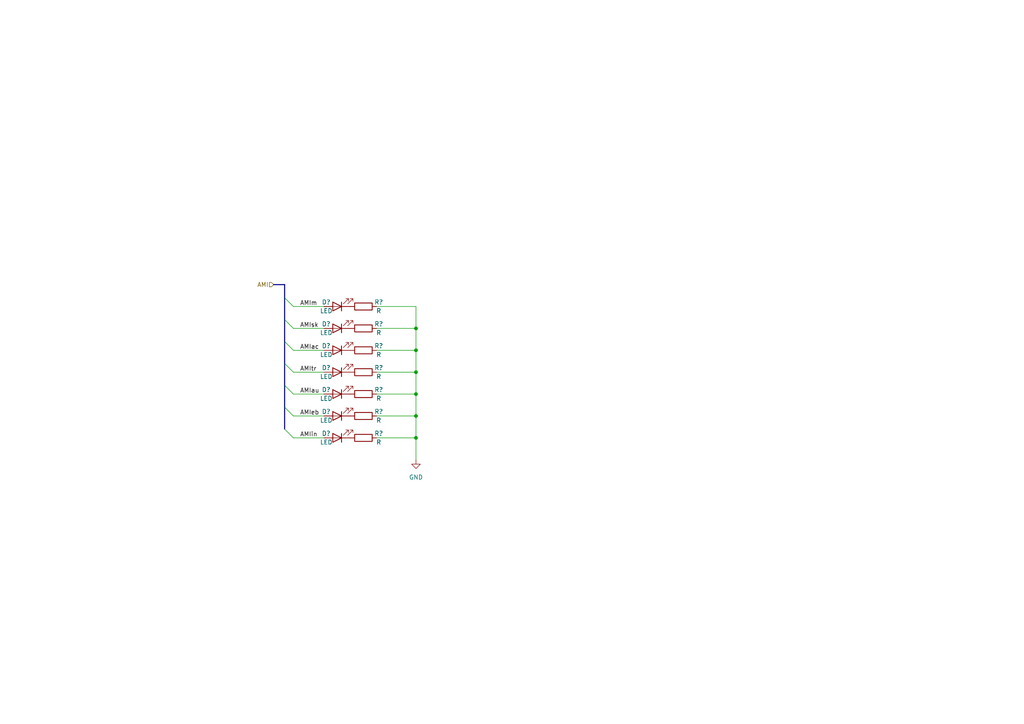
<source format=kicad_sch>
(kicad_sch (version 20211123) (generator eeschema)
  (paper "A4")
  (lib_symbols
    (symbol "Device:LED" (pin_numbers hide) (pin_names (offset 1.016) hide)
      (property "Reference" "D" (at 0 2.54 0))
      (property "Value" "LED" (at 0 -2.54 0))
      (symbol "LED_0_1"
        (polyline (pts (xy -1.27 -1.27) (xy -1.27 1.27)) (stroke (width 0.254)))
        (polyline (pts (xy -1.27 0) (xy 1.27 0)))
        (polyline (pts (xy 1.27 -1.27) (xy 1.27 1.27) (xy -1.27 0) (xy 1.27 -1.27)) (stroke (width 0.254)))
        (polyline (pts (xy -3.048 -0.762) (xy -4.572 -2.286) (xy -3.81 -2.286) (xy -4.572 -2.286) (xy -4.572 -1.524)))
        (polyline (pts (xy -1.778 -0.762) (xy -3.302 -2.286) (xy -2.54 -2.286) (xy -3.302 -2.286) (xy -3.302 -1.524)))
      )
      (symbol "LED_1_1"
        (pin passive line (at -3.81 0 0) (length 2.54) (name "K") (number "1"))
        (pin passive line (at 3.81 0 180) (length 2.54) (name "A") (number "2"))
      )
    )
    (symbol "Device:R" (pin_numbers hide) (pin_names (offset 0))
      (property "Reference" "R" (at 2.032 0 90))
      (property "Value" "R" (at 0 0 90))
      (symbol "R_0_1"
        (rectangle (start -1.016 -2.54) (end 1.016 2.54) (stroke (width 0.254)))
      )
      (symbol "R_1_1"
        (pin passive line (at 0 3.81 270) (length 1.27) (name "~") (number "1"))
        (pin passive line (at 0 -3.81 90) (length 1.27) (name "~") (number "2"))
      )
    )
    (symbol "power:GND" (power) (pin_names (offset 0))
      (property "Value" "GND" (at 0 -3.81 0))
      (symbol "GND_0_1"
        (polyline (pts (xy 0 0) (xy 0 -1.27) (xy 1.27 -1.27) (xy 0 -2.54) (xy -1.27 -1.27) (xy 0 -1.27)))
      )
      (symbol "GND_1_1"
        (pin power_in line (at 0 0 270) (length 0) hide (name "GND") (number "1"))
      )
    )
  )
  (junction (at 120.65 120.65))
  (junction (at 120.65 95.25))
  (junction (at 120.65 114.3))
  (junction (at 120.65 101.6))
  (junction (at 120.65 107.95))
  (junction (at 120.65 127))
  (bus_entry (at 85.09 120.65) (size -2.54 -2.54))
  (bus_entry (at 85.09 114.3) (size -2.54 -2.54))
  (bus_entry (at 85.09 101.6) (size -2.54 -2.54))
  (bus_entry (at 85.09 88.9) (size -2.54 -2.54))
  (bus_entry (at 85.09 107.95) (size -2.54 -2.54))
  (bus_entry (at 85.09 95.25) (size -2.54 -2.54))
  (bus_entry (at 85.09 127) (size -2.54 -2.54))
  (wire (pts (xy 109.22 88.9) (xy 120.65 88.9)))
  (wire (pts (xy 109.22 127) (xy 120.65 127)))
  (wire (pts (xy 109.22 101.6) (xy 120.65 101.6)))
  (wire (pts (xy 120.65 120.65) (xy 120.65 127)))
  (wire (pts (xy 120.65 95.25) (xy 120.65 101.6)))
  (bus (pts (xy 82.55 82.55) (xy 82.55 86.36)))
  (bus (pts (xy 82.55 124.46) (xy 82.55 118.11)))
  (wire (pts (xy 85.09 127) (xy 93.98 127)))
  (wire (pts (xy 85.09 95.25) (xy 93.98 95.25)))
  (wire (pts (xy 85.09 88.9) (xy 93.98 88.9)))
  (wire (pts (xy 85.09 107.95) (xy 93.98 107.95)))
  (bus (pts (xy 82.55 111.76) (xy 82.55 105.41)))
  (wire (pts (xy 85.09 114.3) (xy 93.98 114.3)))
  (wire (pts (xy 120.65 114.3) (xy 120.65 120.65)))
  (wire (pts (xy 120.65 107.95) (xy 120.65 114.3)))
  (wire (pts (xy 109.22 120.65) (xy 120.65 120.65)))
  (bus (pts (xy 79.375 82.55) (xy 82.55 82.55)))
  (wire (pts (xy 109.22 95.25) (xy 120.65 95.25)))
  (wire (pts (xy 120.65 101.6) (xy 120.65 107.95)))
  (wire (pts (xy 85.09 120.65) (xy 93.98 120.65)))
  (wire (pts (xy 85.09 101.6) (xy 93.98 101.6)))
  (wire (pts (xy 120.65 88.9) (xy 120.65 95.25)))
  (bus (pts (xy 82.55 118.11) (xy 82.55 111.76)))
  (wire (pts (xy 109.22 107.95) (xy 120.65 107.95)))
  (bus (pts (xy 82.55 92.71) (xy 82.55 86.36)))
  (bus (pts (xy 82.55 105.41) (xy 82.55 99.06)))
  (wire (pts (xy 120.65 127) (xy 120.65 133.35)))
  (wire (pts (xy 109.22 114.3) (xy 120.65 114.3)))
  (bus (pts (xy 82.55 99.06) (xy 82.55 92.71)))
  (label "AMIin" (at 86.995 127 0))
  (label "AMItr" (at 86.995 107.95 0))
  (label "AMIsk" (at 86.995 95.25 0))
  (label "AMIm" (at 86.995 88.9 0))
  (label "AMIeb" (at 86.995 120.65 0))
  (label "AMIac" (at 86.995 101.6 0))
  (label "AMIau" (at 86.995 114.3 0))
  (hierarchical_label "AMI" (shape input) (at 79.375 82.55 180))
  (symbol (lib_id "Device:LED") (at 97.79 114.3 180) (unit 1)
    (property "Reference" "D?" (at 94.615 113.03 0))
    (property "Value" "LED" (at 94.615 115.57 0))
  )
  (symbol (lib_id "Device:R") (at 105.41 120.65 90) (unit 1)
    (property "Reference" "R?" (at 109.855 119.38 90))
    (property "Value" "R" (at 109.855 121.92 90))
  )
  (symbol (lib_id "Device:R") (at 105.41 114.3 90) (unit 1)
    (property "Reference" "R?" (at 109.855 113.03 90))
    (property "Value" "R" (at 109.855 115.57 90))
  )
  (symbol (lib_id "Device:R") (at 105.41 88.9 90) (unit 1)
    (property "Reference" "R?" (at 109.855 87.63 90))
    (property "Value" "R" (at 109.855 90.17 90))
  )
  (symbol (lib_id "Device:R") (at 105.41 127 90) (unit 1)
    (property "Reference" "R?" (at 109.855 125.73 90))
    (property "Value" "R" (at 109.855 128.27 90))
  )
  (symbol (lib_id "Device:LED") (at 97.79 101.6 180) (unit 1)
    (property "Reference" "D?" (at 94.615 100.33 0))
    (property "Value" "LED" (at 94.615 102.87 0))
  )
  (symbol (lib_id "Device:LED") (at 97.79 107.95 180) (unit 1)
    (property "Reference" "D?" (at 94.615 106.68 0))
    (property "Value" "LED" (at 94.615 109.22 0))
  )
  (symbol (lib_id "Device:LED") (at 97.79 127 180) (unit 1)
    (property "Reference" "D?" (at 94.615 125.73 0))
    (property "Value" "LED" (at 94.615 128.27 0))
  )
  (symbol (lib_id "Device:LED") (at 97.79 95.25 180) (unit 1)
    (property "Reference" "D?" (at 94.615 93.98 0))
    (property "Value" "LED" (at 94.615 96.52 0))
  )
  (symbol (lib_id "Device:LED") (at 97.79 120.65 180) (unit 1)
    (property "Reference" "D?" (at 94.615 119.38 0))
    (property "Value" "LED" (at 94.615 121.92 0))
  )
  (symbol (lib_id "Device:R") (at 105.41 107.95 90) (unit 1)
    (property "Reference" "R?" (at 109.855 106.68 90))
    (property "Value" "R" (at 109.855 109.22 90))
  )
  (symbol (lib_id "Device:R") (at 105.41 101.6 90) (unit 1)
    (property "Reference" "R?" (at 109.855 100.33 90))
    (property "Value" "R" (at 109.855 102.87 90))
  )
  (symbol (lib_id "Device:LED") (at 97.79 88.9 180) (unit 1)
    (property "Reference" "D?" (at 94.615 87.63 0))
    (property "Value" "LED" (at 94.615 90.17 0))
  )
  (symbol (lib_id "Device:R") (at 105.41 95.25 90) (unit 1)
    (property "Reference" "R?" (at 109.855 93.98 90))
    (property "Value" "R" (at 109.855 96.52 90))
  )
  (symbol (lib_id "power:GND") (at 120.65 133.35 0) (unit 1)
    (property "Reference" "#PWR?" (effects hide))
    (property "Value" "GND" (at 120.65 138.43 0))
  )
)
</source>
